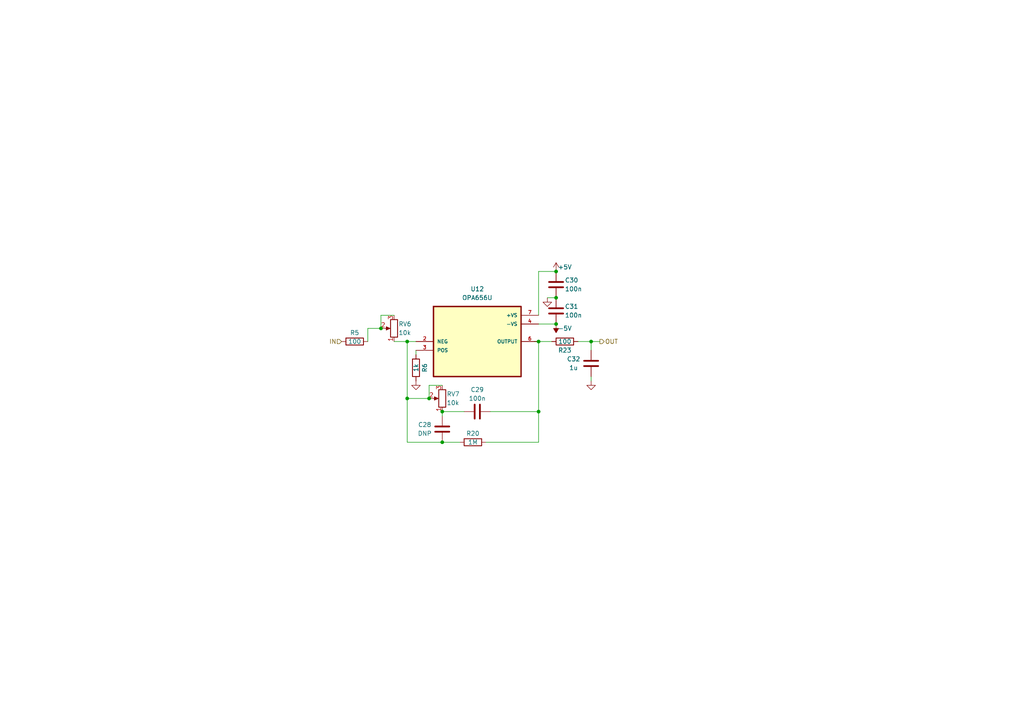
<source format=kicad_sch>
(kicad_sch (version 20230121) (generator eeschema)
  (paper "A4")
  (lib_symbols
    (symbol "Device:C" (pin_numbers hide) (pin_names (offset 0.254))
      (property "Reference" "C" (at 0.635 2.54 0))
      (property "Value" "C" (at 0.635 -2.54 0))
      (symbol "C_0_1"
        (polyline (pts (xy -2.032 -0.762) (xy 2.032 -0.762)) (stroke (width 0.508)))
        (polyline (pts (xy -2.032 0.762) (xy 2.032 0.762)) (stroke (width 0.508)))
      )
      (symbol "C_1_1"
        (pin passive line (at 0 3.81 270) (length 2.794) (name "~") (number "1"))
        (pin passive line (at 0 -3.81 90) (length 2.794) (name "~") (number "2"))
      )
    )
    (symbol "Device:R" (pin_numbers hide) (pin_names (offset 0))
      (property "Reference" "R" (at 2.032 0 90))
      (property "Value" "R" (at 0 0 90))
      (symbol "R_0_1"
        (rectangle (start -1.016 -2.54) (end 1.016 2.54) (stroke (width 0.254)))
      )
      (symbol "R_1_1"
        (pin passive line (at 0 3.81 270) (length 1.27) (name "~") (number "1"))
        (pin passive line (at 0 -3.81 90) (length 1.27) (name "~") (number "2"))
      )
    )
    (symbol "Device:R_Potentiometer" (pin_names (offset 1.016) hide)
      (property "Reference" "RV" (at -4.445 0 90))
      (property "Value" "R_Potentiometer" (at -2.54 0 90))
      (symbol "R_Potentiometer_0_1"
        (polyline (pts (xy 2.54 0) (xy 1.524 0)))
        (polyline (pts (xy 1.143 0) (xy 2.286 0.508) (xy 2.286 -0.508) (xy 1.143 0)) (fill (type outline)))
        (rectangle (start 1.016 2.54) (end -1.016 -2.54) (stroke (width 0.254)))
      )
      (symbol "R_Potentiometer_1_1"
        (pin passive line (at 0 3.81 270) (length 1.27) (name "1") (number "1"))
        (pin passive line (at 3.81 0 180) (length 1.27) (name "2") (number "2"))
        (pin passive line (at 0 -3.81 90) (length 1.27) (name "3") (number "3"))
      )
    )
    (symbol "OPA656U:OPA656U" (pin_names (offset 1.016))
      (property "Reference" "U" (at -12.7 11.16 0))
      (property "Value" "OPA656U" (at -12.7 -14.16 0))
      (symbol "OPA656U_0_0"
        (rectangle (start -12.7 -10.16) (end 12.7 10.16) (stroke (width 0.41)) (fill (type background)))
        (pin input line (at -17.78 0 0) (length 5.08) (name "NEG") (number "2"))
        (pin input line (at -17.78 -2.54 0) (length 5.08) (name "POS") (number "3"))
        (pin power_in line (at 17.78 5.08 180) (length 5.08) (name "-VS") (number "4"))
        (pin output line (at 17.78 0 180) (length 5.08) (name "OUTPUT") (number "6"))
        (pin power_in line (at 17.78 7.62 180) (length 5.08) (name "+VS") (number "7"))
      )
    )
    (symbol "power:+5V" (power) (pin_names (offset 0))
      (property "Value" "+5V" (at 0 3.556 0))
      (symbol "+5V_0_1"
        (polyline (pts (xy -0.762 1.27) (xy 0 2.54)))
        (polyline (pts (xy 0 0) (xy 0 2.54)))
        (polyline (pts (xy 0 2.54) (xy 0.762 1.27)))
      )
      (symbol "+5V_1_1"
        (pin power_in line (at 0 0 90) (length 0) hide (name "+5V") (number "1"))
      )
    )
    (symbol "power:-5V" (power) (pin_names (offset 0))
      (property "Value" "-5V" (at 0 3.81 0))
      (symbol "-5V_0_0"
        (pin power_in line (at 0 0 90) (length 0) hide (name "-5V") (number "1"))
      )
      (symbol "-5V_0_1"
        (polyline (pts (xy 0 0) (xy 0 1.27) (xy 0.762 1.27) (xy 0 2.54) (xy -0.762 1.27) (xy 0 1.27)) (fill (type outline)))
      )
    )
    (symbol "power:GND" (power) (pin_names (offset 0))
      (property "Value" "GND" (at 0 -3.81 0))
      (symbol "GND_0_1"
        (polyline (pts (xy 0 0) (xy 0 -1.27) (xy 1.27 -1.27) (xy 0 -2.54) (xy -1.27 -1.27) (xy 0 -1.27)))
      )
      (symbol "GND_1_1"
        (pin power_in line (at 0 0 270) (length 0) hide (name "GND") (number "1"))
      )
    )
  )
  (junction (at 118.11 115.57))
  (junction (at 156.21 119.38))
  (junction (at 128.27 119.38))
  (junction (at 161.29 78.74))
  (junction (at 161.29 86.36))
  (junction (at 124.46 115.57))
  (junction (at 161.29 93.98))
  (junction (at 171.45 99.06))
  (junction (at 118.11 99.06))
  (junction (at 128.27 128.27))
  (junction (at 156.21 99.06))
  (junction (at 110.49 95.25))
  (wire (pts (xy 156.21 99.06) (xy 160.02 99.06)))
  (wire (pts (xy 156.21 78.74) (xy 161.29 78.74)))
  (wire (pts (xy 128.27 119.38) (xy 128.27 120.65)))
  (wire (pts (xy 171.45 109.22) (xy 171.45 110.49)))
  (wire (pts (xy 156.21 99.06) (xy 156.21 119.38)))
  (wire (pts (xy 124.46 111.76) (xy 124.46 115.57)))
  (wire (pts (xy 106.68 99.06) (xy 106.68 95.25)))
  (wire (pts (xy 171.45 99.06) (xy 173.99 99.06)))
  (wire (pts (xy 114.3 91.44) (xy 110.49 91.44)))
  (wire (pts (xy 128.27 111.76) (xy 124.46 111.76)))
  (wire (pts (xy 118.11 115.57) (xy 124.46 115.57)))
  (wire (pts (xy 118.11 115.57) (xy 118.11 128.27)))
  (wire (pts (xy 133.35 128.27) (xy 128.27 128.27)))
  (wire (pts (xy 140.97 128.27) (xy 156.21 128.27)))
  (wire (pts (xy 110.49 91.44) (xy 110.49 95.25)))
  (wire (pts (xy 118.11 99.06) (xy 120.65 99.06)))
  (wire (pts (xy 114.3 99.06) (xy 118.11 99.06)))
  (wire (pts (xy 120.65 101.6) (xy 120.65 102.87)))
  (wire (pts (xy 106.68 95.25) (xy 110.49 95.25)))
  (wire (pts (xy 156.21 78.74) (xy 156.21 91.44)))
  (wire (pts (xy 158.75 86.36) (xy 161.29 86.36)))
  (wire (pts (xy 156.21 119.38) (xy 142.24 119.38)))
  (wire (pts (xy 128.27 119.38) (xy 134.62 119.38)))
  (wire (pts (xy 156.21 93.98) (xy 161.29 93.98)))
  (wire (pts (xy 128.27 128.27) (xy 118.11 128.27)))
  (wire (pts (xy 118.11 99.06) (xy 118.11 115.57)))
  (wire (pts (xy 156.21 128.27) (xy 156.21 119.38)))
  (wire (pts (xy 154.94 99.06) (xy 156.21 99.06)))
  (wire (pts (xy 167.64 99.06) (xy 171.45 99.06)))
  (wire (pts (xy 171.45 99.06) (xy 171.45 101.6)))
  (hierarchical_label "OUT" (shape output) (at 173.99 99.06 0))
  (hierarchical_label "IN" (shape input) (at 99.06 99.06 180))
  (symbol (lib_id "Device:R") (at 137.16 128.27 90) (unit 1)
    (property "Reference" "R20" (at 137.16 125.73 90))
    (property "Value" "1M" (at 137.16 128.27 90))
    (property "Footprint" "Resistor_SMD:R_1206_3216Metric_Pad1.30x1.75mm_HandSolder" (effects hide))
  )
  (symbol (lib_id "OPA656U:OPA656U") (at 138.43 99.06 0) (unit 1)
    (property "Reference" "U12" (at 138.43 83.82 0))
    (property "Value" "OPA656U" (at 138.43 86.36 0))
    (property "Footprint" "Package_SO:SOIC-8_3.9x4.9mm_P1.27mm" (effects hide))
    (property "MF" "Texas Instruments" (effects hide))
    (property "Description" "\n                        \n                            Wideband, Unity Gain Stable FET-Input Operational Amplifier\n                        \n" (effects hide))
    (property "Package" "SOIC-8 Texas Instruments" (effects hide))
    (property "Price" "None" (effects hide))
    (property "SnapEDA_Link" "https://www.snapeda.com/parts/OPA656U/Texas+Instruments/view-part/?ref=snap" (effects hide))
    (property "MP" "OPA656U" (effects hide))
    (property "Availability" "In Stock" (effects hide))
    (property "Check_prices" "https://www.snapeda.com/parts/OPA656U/Texas+Instruments/view-part/?ref=eda" (effects hide))
  )
  (symbol (lib_id "Device:C") (at 138.43 119.38 90) (unit 1)
    (property "Reference" "C29" (at 138.43 113.03 90))
    (property "Value" "100n" (at 138.43 115.57 90))
    (property "Footprint" "Capacitor_SMD:C_1206_3216Metric" (effects hide))
  )
  (symbol (lib_id "Device:R") (at 163.83 99.06 90) (unit 1)
    (property "Reference" "R23" (at 163.83 101.6 90))
    (property "Value" "100" (at 163.83 99.06 90))
    (property "Footprint" "Resistor_SMD:R_1206_3216Metric_Pad1.30x1.75mm_HandSolder" (effects hide))
  )
  (symbol (lib_id "Device:C") (at 161.29 90.17 0) (unit 1)
    (property "Reference" "C31" (at 163.83 88.9 0) (effects (justify left)))
    (property "Value" "100n" (at 163.83 91.44 0) (effects (justify left)))
    (property "Footprint" "Capacitor_SMD:C_1206_3216Metric" (effects hide))
  )
  (symbol (lib_id "Device:R_Potentiometer") (at 114.3 95.25 180) (unit 1)
    (property "Reference" "RV6" (at 115.57 93.98 0) (effects (justify right)))
    (property "Value" "10k" (at 115.57 96.52 0) (effects (justify right)))
    (property "Footprint" "Potentiometer_THT:Potentiometer_Bourns_3296Y_Vertical" (effects hide))
  )
  (symbol (lib_id "power:-5V") (at 161.29 93.98 180) (unit 1)
    (property "Reference" "#PWR044" (effects hide))
    (property "Value" "-5V" (at 163.83 95.25 0))
  )
  (symbol (lib_id "Device:R") (at 102.87 99.06 90) (unit 1)
    (property "Reference" "R5" (at 102.87 96.52 90))
    (property "Value" "100" (at 102.87 99.06 90))
    (property "Footprint" "Resistor_SMD:R_1206_3216Metric_Pad1.30x1.75mm_HandSolder" (effects hide))
  )
  (symbol (lib_id "Device:R") (at 120.65 106.68 0) (unit 1)
    (property "Reference" "R6" (at 123.19 106.68 90))
    (property "Value" "1k" (at 120.65 106.68 90))
    (property "Footprint" "Resistor_SMD:R_1206_3216Metric_Pad1.30x1.75mm_HandSolder" (effects hide))
  )
  (symbol (lib_id "power:GND") (at 158.75 86.36 0) (unit 1)
    (property "Reference" "#PWR042" (effects hide))
    (property "Value" "GND" (effects hide))
  )
  (symbol (lib_id "power:GND") (at 171.45 110.49 0) (unit 1)
    (property "Reference" "#PWR045" (effects hide))
    (property "Value" "GND" (effects hide))
  )
  (symbol (lib_id "Device:R_Potentiometer") (at 128.27 115.57 180) (unit 1)
    (property "Reference" "RV7" (at 129.54 114.3 0) (effects (justify right)))
    (property "Value" "10k" (at 129.54 116.84 0) (effects (justify right)))
    (property "Footprint" "Potentiometer_THT:Potentiometer_Bourns_3296Y_Vertical" (effects hide))
  )
  (symbol (lib_id "power:+5V") (at 161.29 78.74 0) (unit 1)
    (property "Reference" "#PWR043" (effects hide))
    (property "Value" "+5V" (at 163.83 77.47 0))
  )
  (symbol (lib_id "Device:C") (at 128.27 124.46 180) (unit 1)
    (property "Reference" "C28" (at 123.19 123.19 0))
    (property "Value" "DNP" (at 123.19 125.73 0))
    (property "Footprint" "Capacitor_SMD:C_1206_3216Metric" (effects hide))
  )
  (symbol (lib_id "Device:C") (at 171.45 105.41 180) (unit 1)
    (property "Reference" "C32" (at 166.37 104.14 0))
    (property "Value" "1u" (at 166.37 106.68 0))
    (property "Footprint" "Capacitor_SMD:C_1210_3225Metric" (effects hide))
  )
  (symbol (lib_id "Device:C") (at 161.29 82.55 0) (unit 1)
    (property "Reference" "C30" (at 163.83 81.28 0) (effects (justify left)))
    (property "Value" "100n" (at 163.83 83.82 0) (effects (justify left)))
    (property "Footprint" "Capacitor_SMD:C_1206_3216Metric" (effects hide))
  )
  (symbol (lib_id "power:GND") (at 120.65 110.49 0) (unit 1)
    (property "Reference" "#PWR041" (effects hide))
    (property "Value" "GND" (effects hide))
  )
)
</source>
